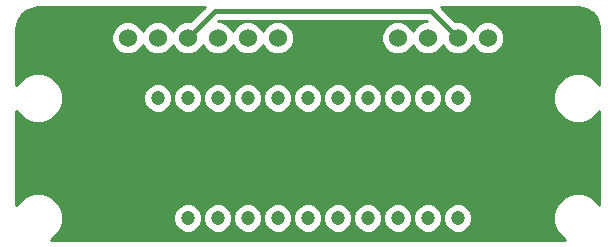
<source format=gbr>
G04 #@! TF.GenerationSoftware,KiCad,Pcbnew,(5.0.2)-1*
G04 #@! TF.CreationDate,2019-03-16T10:13:35-05:00*
G04 #@! TF.ProjectId,CCDBoard_Hardware,43434442-6f61-4726-945f-486172647761,rev?*
G04 #@! TF.SameCoordinates,Original*
G04 #@! TF.FileFunction,Copper,L2,Bot*
G04 #@! TF.FilePolarity,Positive*
%FSLAX46Y46*%
G04 Gerber Fmt 4.6, Leading zero omitted, Abs format (unit mm)*
G04 Created by KiCad (PCBNEW (5.0.2)-1) date 3/16/2019 10:13:35 AM*
%MOMM*%
%LPD*%
G01*
G04 APERTURE LIST*
G04 #@! TA.AperFunction,ComponentPad*
%ADD10C,1.200000*%
G04 #@! TD*
G04 #@! TA.AperFunction,ComponentPad*
%ADD11C,1.524000*%
G04 #@! TD*
G04 #@! TA.AperFunction,Conductor*
%ADD12C,0.381000*%
G04 #@! TD*
G04 #@! TA.AperFunction,Conductor*
%ADD13C,0.254000*%
G04 #@! TD*
G04 APERTURE END LIST*
D10*
G04 #@! TO.P,U1,22*
G04 #@! TO.N,GND*
X12700000Y2540000D03*
G04 #@! TO.P,U1,21*
G04 #@! TO.N,OS*
X15240000Y2540000D03*
G04 #@! TO.P,U1,20*
G04 #@! TO.N,N/C*
X17780000Y2540000D03*
G04 #@! TO.P,U1,19*
X20320000Y2540000D03*
G04 #@! TO.P,U1,18*
X22860000Y2540000D03*
G04 #@! TO.P,U1,17*
X25400000Y2540000D03*
G04 #@! TO.P,U1,16*
X27940000Y2540000D03*
G04 #@! TO.P,U1,15*
X30480000Y2540000D03*
G04 #@! TO.P,U1,14*
X33020000Y2540000D03*
G04 #@! TO.P,U1,13*
X35560000Y2540000D03*
G04 #@! TO.P,U1,12*
X38100000Y2540000D03*
G04 #@! TO.P,U1,11*
X38100000Y12700000D03*
G04 #@! TO.P,U1,10*
X35560000Y12700000D03*
G04 #@! TO.P,U1,9*
X33020000Y12700000D03*
G04 #@! TO.P,U1,8*
X30480000Y12700000D03*
G04 #@! TO.P,U1,7*
X27940000Y12700000D03*
G04 #@! TO.P,U1,6*
X25400000Y12700000D03*
G04 #@! TO.P,U1,5*
G04 #@! TO.N,SH*
X22860000Y12700000D03*
G04 #@! TO.P,U1,4*
G04 #@! TO.N,M*
X20320000Y12700000D03*
G04 #@! TO.P,U1,3*
G04 #@! TO.N,ICG*
X17780000Y12700000D03*
G04 #@! TO.P,U1,2*
G04 #@! TO.N,+3V3*
X15240000Y12700000D03*
G04 #@! TO.P,U1,1*
X12700000Y12700000D03*
G04 #@! TD*
D11*
G04 #@! TO.P,Conn1,1*
G04 #@! TO.N,+3V3*
X33020000Y17780000D03*
G04 #@! TO.P,Conn1,2*
G04 #@! TO.N,Sync2*
X35560000Y17780000D03*
G04 #@! TO.P,Conn1,3*
G04 #@! TO.N,Sync1*
X38100000Y17780000D03*
G04 #@! TO.P,Conn1,4*
G04 #@! TO.N,OS*
X40640000Y17780000D03*
G04 #@! TO.P,Conn1,5*
G04 #@! TO.N,GND*
X43180000Y17780000D03*
G04 #@! TD*
G04 #@! TO.P,Conn2,1*
G04 #@! TO.N,+3V3*
X10160000Y17780000D03*
G04 #@! TO.P,Conn2,2*
G04 #@! TO.N,Sync2*
X12700000Y17780000D03*
G04 #@! TO.P,Conn2,3*
G04 #@! TO.N,Sync1*
X15240000Y17780000D03*
G04 #@! TO.P,Conn2,4*
G04 #@! TO.N,ICG*
X17780000Y17780000D03*
G04 #@! TO.P,Conn2,5*
G04 #@! TO.N,SH*
X20320000Y17780000D03*
G04 #@! TO.P,Conn2,6*
G04 #@! TO.N,M*
X22860000Y17780000D03*
G04 #@! TO.P,Conn2,7*
G04 #@! TO.N,GND*
X25400000Y17780000D03*
G04 #@! TD*
D12*
G04 #@! TO.N,Sync1*
X17526000Y20066000D02*
X15240000Y17780000D01*
X35814000Y20066000D02*
X17526000Y20066000D01*
X38100000Y17780000D02*
X35814000Y20066000D01*
G04 #@! TD*
D13*
G04 #@! TO.N,GND*
G36*
X15469568Y19177000D02*
X14962119Y19177000D01*
X14448663Y18964320D01*
X14055680Y18571337D01*
X13970000Y18364487D01*
X13884320Y18571337D01*
X13491337Y18964320D01*
X12977881Y19177000D01*
X12422119Y19177000D01*
X11908663Y18964320D01*
X11515680Y18571337D01*
X11430000Y18364487D01*
X11344320Y18571337D01*
X10951337Y18964320D01*
X10437881Y19177000D01*
X9882119Y19177000D01*
X9368663Y18964320D01*
X8975680Y18571337D01*
X8763000Y18057881D01*
X8763000Y17502119D01*
X8975680Y16988663D01*
X9368663Y16595680D01*
X9882119Y16383000D01*
X10437881Y16383000D01*
X10951337Y16595680D01*
X11344320Y16988663D01*
X11430000Y17195513D01*
X11515680Y16988663D01*
X11908663Y16595680D01*
X12422119Y16383000D01*
X12977881Y16383000D01*
X13491337Y16595680D01*
X13884320Y16988663D01*
X13970000Y17195513D01*
X14055680Y16988663D01*
X14448663Y16595680D01*
X14962119Y16383000D01*
X15517881Y16383000D01*
X16031337Y16595680D01*
X16424320Y16988663D01*
X16510000Y17195513D01*
X16595680Y16988663D01*
X16988663Y16595680D01*
X17502119Y16383000D01*
X18057881Y16383000D01*
X18571337Y16595680D01*
X18964320Y16988663D01*
X19050000Y17195513D01*
X19135680Y16988663D01*
X19528663Y16595680D01*
X20042119Y16383000D01*
X20597881Y16383000D01*
X21111337Y16595680D01*
X21504320Y16988663D01*
X21590000Y17195513D01*
X21675680Y16988663D01*
X22068663Y16595680D01*
X22582119Y16383000D01*
X23137881Y16383000D01*
X23651337Y16595680D01*
X24044320Y16988663D01*
X24257000Y17502119D01*
X24257000Y18057881D01*
X24044320Y18571337D01*
X23651337Y18964320D01*
X23137881Y19177000D01*
X22582119Y19177000D01*
X22068663Y18964320D01*
X21675680Y18571337D01*
X21590000Y18364487D01*
X21504320Y18571337D01*
X21111337Y18964320D01*
X20597881Y19177000D01*
X20042119Y19177000D01*
X19528663Y18964320D01*
X19135680Y18571337D01*
X19050000Y18364487D01*
X18964320Y18571337D01*
X18571337Y18964320D01*
X18057881Y19177000D01*
X17804433Y19177000D01*
X17867933Y19240500D01*
X35472068Y19240500D01*
X35535568Y19177000D01*
X35282119Y19177000D01*
X34768663Y18964320D01*
X34375680Y18571337D01*
X34290000Y18364487D01*
X34204320Y18571337D01*
X33811337Y18964320D01*
X33297881Y19177000D01*
X32742119Y19177000D01*
X32228663Y18964320D01*
X31835680Y18571337D01*
X31623000Y18057881D01*
X31623000Y17502119D01*
X31835680Y16988663D01*
X32228663Y16595680D01*
X32742119Y16383000D01*
X33297881Y16383000D01*
X33811337Y16595680D01*
X34204320Y16988663D01*
X34290000Y17195513D01*
X34375680Y16988663D01*
X34768663Y16595680D01*
X35282119Y16383000D01*
X35837881Y16383000D01*
X36351337Y16595680D01*
X36744320Y16988663D01*
X36830000Y17195513D01*
X36915680Y16988663D01*
X37308663Y16595680D01*
X37822119Y16383000D01*
X38377881Y16383000D01*
X38891337Y16595680D01*
X39284320Y16988663D01*
X39370000Y17195513D01*
X39455680Y16988663D01*
X39848663Y16595680D01*
X40362119Y16383000D01*
X40917881Y16383000D01*
X41431337Y16595680D01*
X41824320Y16988663D01*
X42037000Y17502119D01*
X42037000Y18057881D01*
X41824320Y18571337D01*
X41431337Y18964320D01*
X40917881Y19177000D01*
X40362119Y19177000D01*
X39848663Y18964320D01*
X39455680Y18571337D01*
X39370000Y18364487D01*
X39284320Y18571337D01*
X38891337Y18964320D01*
X38377881Y19177000D01*
X37870433Y19177000D01*
X36675432Y20372000D01*
X48215334Y20372000D01*
X48713698Y20309042D01*
X49138893Y20140695D01*
X49508858Y19871899D01*
X49800356Y19519538D01*
X49995067Y19105756D01*
X50087093Y18623338D01*
X50090000Y18530836D01*
X50090000Y13790982D01*
X50047246Y13894199D01*
X49454199Y14487246D01*
X48679347Y14808200D01*
X47840653Y14808200D01*
X47065801Y14487246D01*
X46472754Y13894199D01*
X46151800Y13119347D01*
X46151800Y12280653D01*
X46472754Y11505801D01*
X47065801Y10912754D01*
X47840653Y10591800D01*
X48679347Y10591800D01*
X49454199Y10912754D01*
X50047246Y11505801D01*
X50090000Y11609018D01*
X50090001Y3630979D01*
X50047246Y3734199D01*
X49454199Y4327246D01*
X48679347Y4648200D01*
X47840653Y4648200D01*
X47065801Y4327246D01*
X46472754Y3734199D01*
X46151800Y2959347D01*
X46151800Y2120653D01*
X46472754Y1345801D01*
X47065801Y752754D01*
X47169018Y710000D01*
X3630982Y710000D01*
X3734199Y752754D01*
X4327246Y1345801D01*
X4648200Y2120653D01*
X4648200Y2785657D01*
X14005000Y2785657D01*
X14005000Y2294343D01*
X14193018Y1840429D01*
X14540429Y1493018D01*
X14994343Y1305000D01*
X15485657Y1305000D01*
X15939571Y1493018D01*
X16286982Y1840429D01*
X16475000Y2294343D01*
X16475000Y2785657D01*
X16545000Y2785657D01*
X16545000Y2294343D01*
X16733018Y1840429D01*
X17080429Y1493018D01*
X17534343Y1305000D01*
X18025657Y1305000D01*
X18479571Y1493018D01*
X18826982Y1840429D01*
X19015000Y2294343D01*
X19015000Y2785657D01*
X19085000Y2785657D01*
X19085000Y2294343D01*
X19273018Y1840429D01*
X19620429Y1493018D01*
X20074343Y1305000D01*
X20565657Y1305000D01*
X21019571Y1493018D01*
X21366982Y1840429D01*
X21555000Y2294343D01*
X21555000Y2785657D01*
X21625000Y2785657D01*
X21625000Y2294343D01*
X21813018Y1840429D01*
X22160429Y1493018D01*
X22614343Y1305000D01*
X23105657Y1305000D01*
X23559571Y1493018D01*
X23906982Y1840429D01*
X24095000Y2294343D01*
X24095000Y2785657D01*
X24165000Y2785657D01*
X24165000Y2294343D01*
X24353018Y1840429D01*
X24700429Y1493018D01*
X25154343Y1305000D01*
X25645657Y1305000D01*
X26099571Y1493018D01*
X26446982Y1840429D01*
X26635000Y2294343D01*
X26635000Y2785657D01*
X26705000Y2785657D01*
X26705000Y2294343D01*
X26893018Y1840429D01*
X27240429Y1493018D01*
X27694343Y1305000D01*
X28185657Y1305000D01*
X28639571Y1493018D01*
X28986982Y1840429D01*
X29175000Y2294343D01*
X29175000Y2785657D01*
X29245000Y2785657D01*
X29245000Y2294343D01*
X29433018Y1840429D01*
X29780429Y1493018D01*
X30234343Y1305000D01*
X30725657Y1305000D01*
X31179571Y1493018D01*
X31526982Y1840429D01*
X31715000Y2294343D01*
X31715000Y2785657D01*
X31785000Y2785657D01*
X31785000Y2294343D01*
X31973018Y1840429D01*
X32320429Y1493018D01*
X32774343Y1305000D01*
X33265657Y1305000D01*
X33719571Y1493018D01*
X34066982Y1840429D01*
X34255000Y2294343D01*
X34255000Y2785657D01*
X34325000Y2785657D01*
X34325000Y2294343D01*
X34513018Y1840429D01*
X34860429Y1493018D01*
X35314343Y1305000D01*
X35805657Y1305000D01*
X36259571Y1493018D01*
X36606982Y1840429D01*
X36795000Y2294343D01*
X36795000Y2785657D01*
X36865000Y2785657D01*
X36865000Y2294343D01*
X37053018Y1840429D01*
X37400429Y1493018D01*
X37854343Y1305000D01*
X38345657Y1305000D01*
X38799571Y1493018D01*
X39146982Y1840429D01*
X39335000Y2294343D01*
X39335000Y2785657D01*
X39146982Y3239571D01*
X38799571Y3586982D01*
X38345657Y3775000D01*
X37854343Y3775000D01*
X37400429Y3586982D01*
X37053018Y3239571D01*
X36865000Y2785657D01*
X36795000Y2785657D01*
X36606982Y3239571D01*
X36259571Y3586982D01*
X35805657Y3775000D01*
X35314343Y3775000D01*
X34860429Y3586982D01*
X34513018Y3239571D01*
X34325000Y2785657D01*
X34255000Y2785657D01*
X34066982Y3239571D01*
X33719571Y3586982D01*
X33265657Y3775000D01*
X32774343Y3775000D01*
X32320429Y3586982D01*
X31973018Y3239571D01*
X31785000Y2785657D01*
X31715000Y2785657D01*
X31526982Y3239571D01*
X31179571Y3586982D01*
X30725657Y3775000D01*
X30234343Y3775000D01*
X29780429Y3586982D01*
X29433018Y3239571D01*
X29245000Y2785657D01*
X29175000Y2785657D01*
X28986982Y3239571D01*
X28639571Y3586982D01*
X28185657Y3775000D01*
X27694343Y3775000D01*
X27240429Y3586982D01*
X26893018Y3239571D01*
X26705000Y2785657D01*
X26635000Y2785657D01*
X26446982Y3239571D01*
X26099571Y3586982D01*
X25645657Y3775000D01*
X25154343Y3775000D01*
X24700429Y3586982D01*
X24353018Y3239571D01*
X24165000Y2785657D01*
X24095000Y2785657D01*
X23906982Y3239571D01*
X23559571Y3586982D01*
X23105657Y3775000D01*
X22614343Y3775000D01*
X22160429Y3586982D01*
X21813018Y3239571D01*
X21625000Y2785657D01*
X21555000Y2785657D01*
X21366982Y3239571D01*
X21019571Y3586982D01*
X20565657Y3775000D01*
X20074343Y3775000D01*
X19620429Y3586982D01*
X19273018Y3239571D01*
X19085000Y2785657D01*
X19015000Y2785657D01*
X18826982Y3239571D01*
X18479571Y3586982D01*
X18025657Y3775000D01*
X17534343Y3775000D01*
X17080429Y3586982D01*
X16733018Y3239571D01*
X16545000Y2785657D01*
X16475000Y2785657D01*
X16286982Y3239571D01*
X15939571Y3586982D01*
X15485657Y3775000D01*
X14994343Y3775000D01*
X14540429Y3586982D01*
X14193018Y3239571D01*
X14005000Y2785657D01*
X4648200Y2785657D01*
X4648200Y2959347D01*
X4327246Y3734199D01*
X3734199Y4327246D01*
X2959347Y4648200D01*
X2120653Y4648200D01*
X1345801Y4327246D01*
X752754Y3734199D01*
X710000Y3630982D01*
X710000Y11609018D01*
X752754Y11505801D01*
X1345801Y10912754D01*
X2120653Y10591800D01*
X2959347Y10591800D01*
X3734199Y10912754D01*
X4327246Y11505801D01*
X4648200Y12280653D01*
X4648200Y12945657D01*
X11465000Y12945657D01*
X11465000Y12454343D01*
X11653018Y12000429D01*
X12000429Y11653018D01*
X12454343Y11465000D01*
X12945657Y11465000D01*
X13399571Y11653018D01*
X13746982Y12000429D01*
X13935000Y12454343D01*
X13935000Y12945657D01*
X14005000Y12945657D01*
X14005000Y12454343D01*
X14193018Y12000429D01*
X14540429Y11653018D01*
X14994343Y11465000D01*
X15485657Y11465000D01*
X15939571Y11653018D01*
X16286982Y12000429D01*
X16475000Y12454343D01*
X16475000Y12945657D01*
X16545000Y12945657D01*
X16545000Y12454343D01*
X16733018Y12000429D01*
X17080429Y11653018D01*
X17534343Y11465000D01*
X18025657Y11465000D01*
X18479571Y11653018D01*
X18826982Y12000429D01*
X19015000Y12454343D01*
X19015000Y12945657D01*
X19085000Y12945657D01*
X19085000Y12454343D01*
X19273018Y12000429D01*
X19620429Y11653018D01*
X20074343Y11465000D01*
X20565657Y11465000D01*
X21019571Y11653018D01*
X21366982Y12000429D01*
X21555000Y12454343D01*
X21555000Y12945657D01*
X21625000Y12945657D01*
X21625000Y12454343D01*
X21813018Y12000429D01*
X22160429Y11653018D01*
X22614343Y11465000D01*
X23105657Y11465000D01*
X23559571Y11653018D01*
X23906982Y12000429D01*
X24095000Y12454343D01*
X24095000Y12945657D01*
X24165000Y12945657D01*
X24165000Y12454343D01*
X24353018Y12000429D01*
X24700429Y11653018D01*
X25154343Y11465000D01*
X25645657Y11465000D01*
X26099571Y11653018D01*
X26446982Y12000429D01*
X26635000Y12454343D01*
X26635000Y12945657D01*
X26705000Y12945657D01*
X26705000Y12454343D01*
X26893018Y12000429D01*
X27240429Y11653018D01*
X27694343Y11465000D01*
X28185657Y11465000D01*
X28639571Y11653018D01*
X28986982Y12000429D01*
X29175000Y12454343D01*
X29175000Y12945657D01*
X29245000Y12945657D01*
X29245000Y12454343D01*
X29433018Y12000429D01*
X29780429Y11653018D01*
X30234343Y11465000D01*
X30725657Y11465000D01*
X31179571Y11653018D01*
X31526982Y12000429D01*
X31715000Y12454343D01*
X31715000Y12945657D01*
X31785000Y12945657D01*
X31785000Y12454343D01*
X31973018Y12000429D01*
X32320429Y11653018D01*
X32774343Y11465000D01*
X33265657Y11465000D01*
X33719571Y11653018D01*
X34066982Y12000429D01*
X34255000Y12454343D01*
X34255000Y12945657D01*
X34325000Y12945657D01*
X34325000Y12454343D01*
X34513018Y12000429D01*
X34860429Y11653018D01*
X35314343Y11465000D01*
X35805657Y11465000D01*
X36259571Y11653018D01*
X36606982Y12000429D01*
X36795000Y12454343D01*
X36795000Y12945657D01*
X36865000Y12945657D01*
X36865000Y12454343D01*
X37053018Y12000429D01*
X37400429Y11653018D01*
X37854343Y11465000D01*
X38345657Y11465000D01*
X38799571Y11653018D01*
X39146982Y12000429D01*
X39335000Y12454343D01*
X39335000Y12945657D01*
X39146982Y13399571D01*
X38799571Y13746982D01*
X38345657Y13935000D01*
X37854343Y13935000D01*
X37400429Y13746982D01*
X37053018Y13399571D01*
X36865000Y12945657D01*
X36795000Y12945657D01*
X36606982Y13399571D01*
X36259571Y13746982D01*
X35805657Y13935000D01*
X35314343Y13935000D01*
X34860429Y13746982D01*
X34513018Y13399571D01*
X34325000Y12945657D01*
X34255000Y12945657D01*
X34066982Y13399571D01*
X33719571Y13746982D01*
X33265657Y13935000D01*
X32774343Y13935000D01*
X32320429Y13746982D01*
X31973018Y13399571D01*
X31785000Y12945657D01*
X31715000Y12945657D01*
X31526982Y13399571D01*
X31179571Y13746982D01*
X30725657Y13935000D01*
X30234343Y13935000D01*
X29780429Y13746982D01*
X29433018Y13399571D01*
X29245000Y12945657D01*
X29175000Y12945657D01*
X28986982Y13399571D01*
X28639571Y13746982D01*
X28185657Y13935000D01*
X27694343Y13935000D01*
X27240429Y13746982D01*
X26893018Y13399571D01*
X26705000Y12945657D01*
X26635000Y12945657D01*
X26446982Y13399571D01*
X26099571Y13746982D01*
X25645657Y13935000D01*
X25154343Y13935000D01*
X24700429Y13746982D01*
X24353018Y13399571D01*
X24165000Y12945657D01*
X24095000Y12945657D01*
X23906982Y13399571D01*
X23559571Y13746982D01*
X23105657Y13935000D01*
X22614343Y13935000D01*
X22160429Y13746982D01*
X21813018Y13399571D01*
X21625000Y12945657D01*
X21555000Y12945657D01*
X21366982Y13399571D01*
X21019571Y13746982D01*
X20565657Y13935000D01*
X20074343Y13935000D01*
X19620429Y13746982D01*
X19273018Y13399571D01*
X19085000Y12945657D01*
X19015000Y12945657D01*
X18826982Y13399571D01*
X18479571Y13746982D01*
X18025657Y13935000D01*
X17534343Y13935000D01*
X17080429Y13746982D01*
X16733018Y13399571D01*
X16545000Y12945657D01*
X16475000Y12945657D01*
X16286982Y13399571D01*
X15939571Y13746982D01*
X15485657Y13935000D01*
X14994343Y13935000D01*
X14540429Y13746982D01*
X14193018Y13399571D01*
X14005000Y12945657D01*
X13935000Y12945657D01*
X13746982Y13399571D01*
X13399571Y13746982D01*
X12945657Y13935000D01*
X12454343Y13935000D01*
X12000429Y13746982D01*
X11653018Y13399571D01*
X11465000Y12945657D01*
X4648200Y12945657D01*
X4648200Y13119347D01*
X4327246Y13894199D01*
X3734199Y14487246D01*
X2959347Y14808200D01*
X2120653Y14808200D01*
X1345801Y14487246D01*
X752754Y13894199D01*
X710000Y13790982D01*
X710000Y18497334D01*
X772958Y18995698D01*
X941305Y19420893D01*
X1210101Y19790858D01*
X1562462Y20082356D01*
X1976244Y20277067D01*
X2458662Y20369093D01*
X2551164Y20372000D01*
X16664567Y20372000D01*
X15469568Y19177000D01*
X15469568Y19177000D01*
G37*
X15469568Y19177000D02*
X14962119Y19177000D01*
X14448663Y18964320D01*
X14055680Y18571337D01*
X13970000Y18364487D01*
X13884320Y18571337D01*
X13491337Y18964320D01*
X12977881Y19177000D01*
X12422119Y19177000D01*
X11908663Y18964320D01*
X11515680Y18571337D01*
X11430000Y18364487D01*
X11344320Y18571337D01*
X10951337Y18964320D01*
X10437881Y19177000D01*
X9882119Y19177000D01*
X9368663Y18964320D01*
X8975680Y18571337D01*
X8763000Y18057881D01*
X8763000Y17502119D01*
X8975680Y16988663D01*
X9368663Y16595680D01*
X9882119Y16383000D01*
X10437881Y16383000D01*
X10951337Y16595680D01*
X11344320Y16988663D01*
X11430000Y17195513D01*
X11515680Y16988663D01*
X11908663Y16595680D01*
X12422119Y16383000D01*
X12977881Y16383000D01*
X13491337Y16595680D01*
X13884320Y16988663D01*
X13970000Y17195513D01*
X14055680Y16988663D01*
X14448663Y16595680D01*
X14962119Y16383000D01*
X15517881Y16383000D01*
X16031337Y16595680D01*
X16424320Y16988663D01*
X16510000Y17195513D01*
X16595680Y16988663D01*
X16988663Y16595680D01*
X17502119Y16383000D01*
X18057881Y16383000D01*
X18571337Y16595680D01*
X18964320Y16988663D01*
X19050000Y17195513D01*
X19135680Y16988663D01*
X19528663Y16595680D01*
X20042119Y16383000D01*
X20597881Y16383000D01*
X21111337Y16595680D01*
X21504320Y16988663D01*
X21590000Y17195513D01*
X21675680Y16988663D01*
X22068663Y16595680D01*
X22582119Y16383000D01*
X23137881Y16383000D01*
X23651337Y16595680D01*
X24044320Y16988663D01*
X24257000Y17502119D01*
X24257000Y18057881D01*
X24044320Y18571337D01*
X23651337Y18964320D01*
X23137881Y19177000D01*
X22582119Y19177000D01*
X22068663Y18964320D01*
X21675680Y18571337D01*
X21590000Y18364487D01*
X21504320Y18571337D01*
X21111337Y18964320D01*
X20597881Y19177000D01*
X20042119Y19177000D01*
X19528663Y18964320D01*
X19135680Y18571337D01*
X19050000Y18364487D01*
X18964320Y18571337D01*
X18571337Y18964320D01*
X18057881Y19177000D01*
X17804433Y19177000D01*
X17867933Y19240500D01*
X35472068Y19240500D01*
X35535568Y19177000D01*
X35282119Y19177000D01*
X34768663Y18964320D01*
X34375680Y18571337D01*
X34290000Y18364487D01*
X34204320Y18571337D01*
X33811337Y18964320D01*
X33297881Y19177000D01*
X32742119Y19177000D01*
X32228663Y18964320D01*
X31835680Y18571337D01*
X31623000Y18057881D01*
X31623000Y17502119D01*
X31835680Y16988663D01*
X32228663Y16595680D01*
X32742119Y16383000D01*
X33297881Y16383000D01*
X33811337Y16595680D01*
X34204320Y16988663D01*
X34290000Y17195513D01*
X34375680Y16988663D01*
X34768663Y16595680D01*
X35282119Y16383000D01*
X35837881Y16383000D01*
X36351337Y16595680D01*
X36744320Y16988663D01*
X36830000Y17195513D01*
X36915680Y16988663D01*
X37308663Y16595680D01*
X37822119Y16383000D01*
X38377881Y16383000D01*
X38891337Y16595680D01*
X39284320Y16988663D01*
X39370000Y17195513D01*
X39455680Y16988663D01*
X39848663Y16595680D01*
X40362119Y16383000D01*
X40917881Y16383000D01*
X41431337Y16595680D01*
X41824320Y16988663D01*
X42037000Y17502119D01*
X42037000Y18057881D01*
X41824320Y18571337D01*
X41431337Y18964320D01*
X40917881Y19177000D01*
X40362119Y19177000D01*
X39848663Y18964320D01*
X39455680Y18571337D01*
X39370000Y18364487D01*
X39284320Y18571337D01*
X38891337Y18964320D01*
X38377881Y19177000D01*
X37870433Y19177000D01*
X36675432Y20372000D01*
X48215334Y20372000D01*
X48713698Y20309042D01*
X49138893Y20140695D01*
X49508858Y19871899D01*
X49800356Y19519538D01*
X49995067Y19105756D01*
X50087093Y18623338D01*
X50090000Y18530836D01*
X50090000Y13790982D01*
X50047246Y13894199D01*
X49454199Y14487246D01*
X48679347Y14808200D01*
X47840653Y14808200D01*
X47065801Y14487246D01*
X46472754Y13894199D01*
X46151800Y13119347D01*
X46151800Y12280653D01*
X46472754Y11505801D01*
X47065801Y10912754D01*
X47840653Y10591800D01*
X48679347Y10591800D01*
X49454199Y10912754D01*
X50047246Y11505801D01*
X50090000Y11609018D01*
X50090001Y3630979D01*
X50047246Y3734199D01*
X49454199Y4327246D01*
X48679347Y4648200D01*
X47840653Y4648200D01*
X47065801Y4327246D01*
X46472754Y3734199D01*
X46151800Y2959347D01*
X46151800Y2120653D01*
X46472754Y1345801D01*
X47065801Y752754D01*
X47169018Y710000D01*
X3630982Y710000D01*
X3734199Y752754D01*
X4327246Y1345801D01*
X4648200Y2120653D01*
X4648200Y2785657D01*
X14005000Y2785657D01*
X14005000Y2294343D01*
X14193018Y1840429D01*
X14540429Y1493018D01*
X14994343Y1305000D01*
X15485657Y1305000D01*
X15939571Y1493018D01*
X16286982Y1840429D01*
X16475000Y2294343D01*
X16475000Y2785657D01*
X16545000Y2785657D01*
X16545000Y2294343D01*
X16733018Y1840429D01*
X17080429Y1493018D01*
X17534343Y1305000D01*
X18025657Y1305000D01*
X18479571Y1493018D01*
X18826982Y1840429D01*
X19015000Y2294343D01*
X19015000Y2785657D01*
X19085000Y2785657D01*
X19085000Y2294343D01*
X19273018Y1840429D01*
X19620429Y1493018D01*
X20074343Y1305000D01*
X20565657Y1305000D01*
X21019571Y1493018D01*
X21366982Y1840429D01*
X21555000Y2294343D01*
X21555000Y2785657D01*
X21625000Y2785657D01*
X21625000Y2294343D01*
X21813018Y1840429D01*
X22160429Y1493018D01*
X22614343Y1305000D01*
X23105657Y1305000D01*
X23559571Y1493018D01*
X23906982Y1840429D01*
X24095000Y2294343D01*
X24095000Y2785657D01*
X24165000Y2785657D01*
X24165000Y2294343D01*
X24353018Y1840429D01*
X24700429Y1493018D01*
X25154343Y1305000D01*
X25645657Y1305000D01*
X26099571Y1493018D01*
X26446982Y1840429D01*
X26635000Y2294343D01*
X26635000Y2785657D01*
X26705000Y2785657D01*
X26705000Y2294343D01*
X26893018Y1840429D01*
X27240429Y1493018D01*
X27694343Y1305000D01*
X28185657Y1305000D01*
X28639571Y1493018D01*
X28986982Y1840429D01*
X29175000Y2294343D01*
X29175000Y2785657D01*
X29245000Y2785657D01*
X29245000Y2294343D01*
X29433018Y1840429D01*
X29780429Y1493018D01*
X30234343Y1305000D01*
X30725657Y1305000D01*
X31179571Y1493018D01*
X31526982Y1840429D01*
X31715000Y2294343D01*
X31715000Y2785657D01*
X31785000Y2785657D01*
X31785000Y2294343D01*
X31973018Y1840429D01*
X32320429Y1493018D01*
X32774343Y1305000D01*
X33265657Y1305000D01*
X33719571Y1493018D01*
X34066982Y1840429D01*
X34255000Y2294343D01*
X34255000Y2785657D01*
X34325000Y2785657D01*
X34325000Y2294343D01*
X34513018Y1840429D01*
X34860429Y1493018D01*
X35314343Y1305000D01*
X35805657Y1305000D01*
X36259571Y1493018D01*
X36606982Y1840429D01*
X36795000Y2294343D01*
X36795000Y2785657D01*
X36865000Y2785657D01*
X36865000Y2294343D01*
X37053018Y1840429D01*
X37400429Y1493018D01*
X37854343Y1305000D01*
X38345657Y1305000D01*
X38799571Y1493018D01*
X39146982Y1840429D01*
X39335000Y2294343D01*
X39335000Y2785657D01*
X39146982Y3239571D01*
X38799571Y3586982D01*
X38345657Y3775000D01*
X37854343Y3775000D01*
X37400429Y3586982D01*
X37053018Y3239571D01*
X36865000Y2785657D01*
X36795000Y2785657D01*
X36606982Y3239571D01*
X36259571Y3586982D01*
X35805657Y3775000D01*
X35314343Y3775000D01*
X34860429Y3586982D01*
X34513018Y3239571D01*
X34325000Y2785657D01*
X34255000Y2785657D01*
X34066982Y3239571D01*
X33719571Y3586982D01*
X33265657Y3775000D01*
X32774343Y3775000D01*
X32320429Y3586982D01*
X31973018Y3239571D01*
X31785000Y2785657D01*
X31715000Y2785657D01*
X31526982Y3239571D01*
X31179571Y3586982D01*
X30725657Y3775000D01*
X30234343Y3775000D01*
X29780429Y3586982D01*
X29433018Y3239571D01*
X29245000Y2785657D01*
X29175000Y2785657D01*
X28986982Y3239571D01*
X28639571Y3586982D01*
X28185657Y3775000D01*
X27694343Y3775000D01*
X27240429Y3586982D01*
X26893018Y3239571D01*
X26705000Y2785657D01*
X26635000Y2785657D01*
X26446982Y3239571D01*
X26099571Y3586982D01*
X25645657Y3775000D01*
X25154343Y3775000D01*
X24700429Y3586982D01*
X24353018Y3239571D01*
X24165000Y2785657D01*
X24095000Y2785657D01*
X23906982Y3239571D01*
X23559571Y3586982D01*
X23105657Y3775000D01*
X22614343Y3775000D01*
X22160429Y3586982D01*
X21813018Y3239571D01*
X21625000Y2785657D01*
X21555000Y2785657D01*
X21366982Y3239571D01*
X21019571Y3586982D01*
X20565657Y3775000D01*
X20074343Y3775000D01*
X19620429Y3586982D01*
X19273018Y3239571D01*
X19085000Y2785657D01*
X19015000Y2785657D01*
X18826982Y3239571D01*
X18479571Y3586982D01*
X18025657Y3775000D01*
X17534343Y3775000D01*
X17080429Y3586982D01*
X16733018Y3239571D01*
X16545000Y2785657D01*
X16475000Y2785657D01*
X16286982Y3239571D01*
X15939571Y3586982D01*
X15485657Y3775000D01*
X14994343Y3775000D01*
X14540429Y3586982D01*
X14193018Y3239571D01*
X14005000Y2785657D01*
X4648200Y2785657D01*
X4648200Y2959347D01*
X4327246Y3734199D01*
X3734199Y4327246D01*
X2959347Y4648200D01*
X2120653Y4648200D01*
X1345801Y4327246D01*
X752754Y3734199D01*
X710000Y3630982D01*
X710000Y11609018D01*
X752754Y11505801D01*
X1345801Y10912754D01*
X2120653Y10591800D01*
X2959347Y10591800D01*
X3734199Y10912754D01*
X4327246Y11505801D01*
X4648200Y12280653D01*
X4648200Y12945657D01*
X11465000Y12945657D01*
X11465000Y12454343D01*
X11653018Y12000429D01*
X12000429Y11653018D01*
X12454343Y11465000D01*
X12945657Y11465000D01*
X13399571Y11653018D01*
X13746982Y12000429D01*
X13935000Y12454343D01*
X13935000Y12945657D01*
X14005000Y12945657D01*
X14005000Y12454343D01*
X14193018Y12000429D01*
X14540429Y11653018D01*
X14994343Y11465000D01*
X15485657Y11465000D01*
X15939571Y11653018D01*
X16286982Y12000429D01*
X16475000Y12454343D01*
X16475000Y12945657D01*
X16545000Y12945657D01*
X16545000Y12454343D01*
X16733018Y12000429D01*
X17080429Y11653018D01*
X17534343Y11465000D01*
X18025657Y11465000D01*
X18479571Y11653018D01*
X18826982Y12000429D01*
X19015000Y12454343D01*
X19015000Y12945657D01*
X19085000Y12945657D01*
X19085000Y12454343D01*
X19273018Y12000429D01*
X19620429Y11653018D01*
X20074343Y11465000D01*
X20565657Y11465000D01*
X21019571Y11653018D01*
X21366982Y12000429D01*
X21555000Y12454343D01*
X21555000Y12945657D01*
X21625000Y12945657D01*
X21625000Y12454343D01*
X21813018Y12000429D01*
X22160429Y11653018D01*
X22614343Y11465000D01*
X23105657Y11465000D01*
X23559571Y11653018D01*
X23906982Y12000429D01*
X24095000Y12454343D01*
X24095000Y12945657D01*
X24165000Y12945657D01*
X24165000Y12454343D01*
X24353018Y12000429D01*
X24700429Y11653018D01*
X25154343Y11465000D01*
X25645657Y11465000D01*
X26099571Y11653018D01*
X26446982Y12000429D01*
X26635000Y12454343D01*
X26635000Y12945657D01*
X26705000Y12945657D01*
X26705000Y12454343D01*
X26893018Y12000429D01*
X27240429Y11653018D01*
X27694343Y11465000D01*
X28185657Y11465000D01*
X28639571Y11653018D01*
X28986982Y12000429D01*
X29175000Y12454343D01*
X29175000Y12945657D01*
X29245000Y12945657D01*
X29245000Y12454343D01*
X29433018Y12000429D01*
X29780429Y11653018D01*
X30234343Y11465000D01*
X30725657Y11465000D01*
X31179571Y11653018D01*
X31526982Y12000429D01*
X31715000Y12454343D01*
X31715000Y12945657D01*
X31785000Y12945657D01*
X31785000Y12454343D01*
X31973018Y12000429D01*
X32320429Y11653018D01*
X32774343Y11465000D01*
X33265657Y11465000D01*
X33719571Y11653018D01*
X34066982Y12000429D01*
X34255000Y12454343D01*
X34255000Y12945657D01*
X34325000Y12945657D01*
X34325000Y12454343D01*
X34513018Y12000429D01*
X34860429Y11653018D01*
X35314343Y11465000D01*
X35805657Y11465000D01*
X36259571Y11653018D01*
X36606982Y12000429D01*
X36795000Y12454343D01*
X36795000Y12945657D01*
X36865000Y12945657D01*
X36865000Y12454343D01*
X37053018Y12000429D01*
X37400429Y11653018D01*
X37854343Y11465000D01*
X38345657Y11465000D01*
X38799571Y11653018D01*
X39146982Y12000429D01*
X39335000Y12454343D01*
X39335000Y12945657D01*
X39146982Y13399571D01*
X38799571Y13746982D01*
X38345657Y13935000D01*
X37854343Y13935000D01*
X37400429Y13746982D01*
X37053018Y13399571D01*
X36865000Y12945657D01*
X36795000Y12945657D01*
X36606982Y13399571D01*
X36259571Y13746982D01*
X35805657Y13935000D01*
X35314343Y13935000D01*
X34860429Y13746982D01*
X34513018Y13399571D01*
X34325000Y12945657D01*
X34255000Y12945657D01*
X34066982Y13399571D01*
X33719571Y13746982D01*
X33265657Y13935000D01*
X32774343Y13935000D01*
X32320429Y13746982D01*
X31973018Y13399571D01*
X31785000Y12945657D01*
X31715000Y12945657D01*
X31526982Y13399571D01*
X31179571Y13746982D01*
X30725657Y13935000D01*
X30234343Y13935000D01*
X29780429Y13746982D01*
X29433018Y13399571D01*
X29245000Y12945657D01*
X29175000Y12945657D01*
X28986982Y13399571D01*
X28639571Y13746982D01*
X28185657Y13935000D01*
X27694343Y13935000D01*
X27240429Y13746982D01*
X26893018Y13399571D01*
X26705000Y12945657D01*
X26635000Y12945657D01*
X26446982Y13399571D01*
X26099571Y13746982D01*
X25645657Y13935000D01*
X25154343Y13935000D01*
X24700429Y13746982D01*
X24353018Y13399571D01*
X24165000Y12945657D01*
X24095000Y12945657D01*
X23906982Y13399571D01*
X23559571Y13746982D01*
X23105657Y13935000D01*
X22614343Y13935000D01*
X22160429Y13746982D01*
X21813018Y13399571D01*
X21625000Y12945657D01*
X21555000Y12945657D01*
X21366982Y13399571D01*
X21019571Y13746982D01*
X20565657Y13935000D01*
X20074343Y13935000D01*
X19620429Y13746982D01*
X19273018Y13399571D01*
X19085000Y12945657D01*
X19015000Y12945657D01*
X18826982Y13399571D01*
X18479571Y13746982D01*
X18025657Y13935000D01*
X17534343Y13935000D01*
X17080429Y13746982D01*
X16733018Y13399571D01*
X16545000Y12945657D01*
X16475000Y12945657D01*
X16286982Y13399571D01*
X15939571Y13746982D01*
X15485657Y13935000D01*
X14994343Y13935000D01*
X14540429Y13746982D01*
X14193018Y13399571D01*
X14005000Y12945657D01*
X13935000Y12945657D01*
X13746982Y13399571D01*
X13399571Y13746982D01*
X12945657Y13935000D01*
X12454343Y13935000D01*
X12000429Y13746982D01*
X11653018Y13399571D01*
X11465000Y12945657D01*
X4648200Y12945657D01*
X4648200Y13119347D01*
X4327246Y13894199D01*
X3734199Y14487246D01*
X2959347Y14808200D01*
X2120653Y14808200D01*
X1345801Y14487246D01*
X752754Y13894199D01*
X710000Y13790982D01*
X710000Y18497334D01*
X772958Y18995698D01*
X941305Y19420893D01*
X1210101Y19790858D01*
X1562462Y20082356D01*
X1976244Y20277067D01*
X2458662Y20369093D01*
X2551164Y20372000D01*
X16664567Y20372000D01*
X15469568Y19177000D01*
G04 #@! TD*
M02*

</source>
